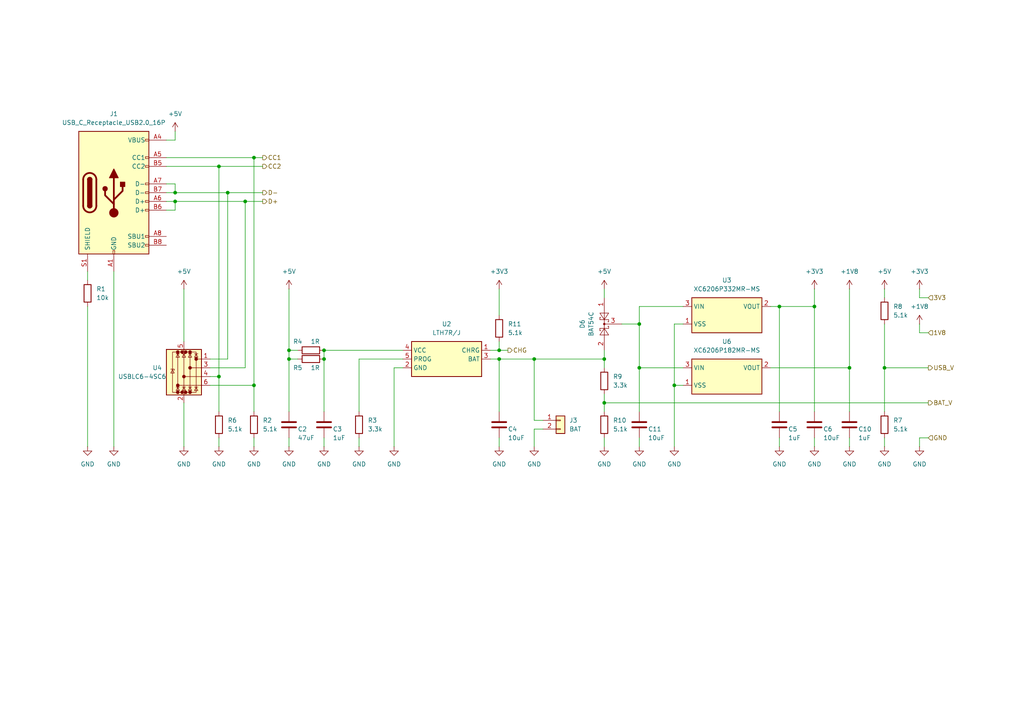
<source format=kicad_sch>
(kicad_sch (version 20231120) (generator "eeschema") (generator_version "8.0")
  (paper "A4")
  (lib_symbols
    (symbol "Connector:USB_C_Receptacle_USB2.0_16P" (pin_names (offset 1.016))
      (property "Reference" "J" (at 0 22.225 0))
      (property "Value" "USB_C_Receptacle_USB2.0_16P" (at 0 19.685 0))
      (symbol "USB_C_Receptacle_USB2.0_16P_0_0"
        (rectangle (start -0.254 -17.78) (end 0.254 -16.764))
        (rectangle (start 10.16 -14.986) (end 9.144 -15.494))
        (rectangle (start 10.16 -12.446) (end 9.144 -12.954))
        (rectangle (start 10.16 -4.826) (end 9.144 -5.334))
        (rectangle (start 10.16 -2.286) (end 9.144 -2.794))
        (rectangle (start 10.16 0.254) (end 9.144 -0.254))
        (rectangle (start 10.16 2.794) (end 9.144 2.286))
        (rectangle (start 10.16 7.874) (end 9.144 7.366))
        (rectangle (start 10.16 10.414) (end 9.144 9.906))
        (rectangle (start 10.16 15.494) (end 9.144 14.986))
      )
      (symbol "USB_C_Receptacle_USB2.0_16P_0_1"
        (rectangle (start -10.16 17.78) (end 10.16 -17.78) (stroke (width 0.254)) (fill (type background)))
        (arc (start -8.89 -3.81) (mid -6.985 -5.7067) (end -5.08 -3.81) (stroke (width 0.508)))
        (arc (start -7.62 -3.81) (mid -6.985 -4.4423) (end -6.35 -3.81) (stroke (width 0.254)))
        (arc (start -7.62 -3.81) (mid -6.985 -4.4423) (end -6.35 -3.81) (stroke (width 0.254)) (fill (type outline)))
        (rectangle (start -7.62 -3.81) (end -6.35 3.81) (stroke (width 0.254)) (fill (type outline)))
        (arc (start -6.35 3.81) (mid -6.985 4.4423) (end -7.62 3.81) (stroke (width 0.254)))
        (arc (start -6.35 3.81) (mid -6.985 4.4423) (end -7.62 3.81) (stroke (width 0.254)) (fill (type outline)))
        (arc (start -5.08 3.81) (mid -6.985 5.7067) (end -8.89 3.81) (stroke (width 0.508)))
        (circle (center -2.54 1.143) (radius 0.635) (stroke (width 0.254)) (fill (type outline)))
        (circle (center 0 -5.842) (radius 1.27) (fill (type outline)))
        (polyline (pts (xy -8.89 -3.81) (xy -8.89 3.81)) (stroke (width 0.508)))
        (polyline (pts (xy -5.08 3.81) (xy -5.08 -3.81)) (stroke (width 0.508)))
        (polyline (pts (xy 0 -5.842) (xy 0 4.318)) (stroke (width 0.508)))
        (polyline (pts (xy 0 -3.302) (xy -2.54 -0.762) (xy -2.54 0.508)) (stroke (width 0.508)))
        (polyline (pts (xy 0 -2.032) (xy 2.54 0.508) (xy 2.54 1.778)) (stroke (width 0.508)))
        (polyline (pts (xy -1.27 4.318) (xy 0 6.858) (xy 1.27 4.318) (xy -1.27 4.318)) (stroke (width 0.254)) (fill (type outline)))
        (rectangle (start 1.905 1.778) (end 3.175 3.048) (stroke (width 0.254)) (fill (type outline)))
      )
      (symbol "USB_C_Receptacle_USB2.0_16P_1_1"
        (pin passive line (at 0 -22.86 90) (length 5.08) (name "GND") (number "A1"))
        (pin passive line (at 0 -22.86 90) (length 5.08) hide (name "GND") (number "A12"))
        (pin passive line (at 15.24 15.24 180) (length 5.08) (name "VBUS") (number "A4"))
        (pin bidirectional line (at 15.24 10.16 180) (length 5.08) (name "CC1") (number "A5"))
        (pin bidirectional line (at 15.24 -2.54 180) (length 5.08) (name "D+") (number "A6"))
        (pin bidirectional line (at 15.24 2.54 180) (length 5.08) (name "D-") (number "A7"))
        (pin bidirectional line (at 15.24 -12.7 180) (length 5.08) (name "SBU1") (number "A8"))
        (pin passive line (at 15.24 15.24 180) (length 5.08) hide (name "VBUS") (number "A9"))
        (pin passive line (at 0 -22.86 90) (length 5.08) hide (name "GND") (number "B1"))
        (pin passive line (at 0 -22.86 90) (length 5.08) hide (name "GND") (number "B12"))
        (pin passive line (at 15.24 15.24 180) (length 5.08) hide (name "VBUS") (number "B4"))
        (pin bidirectional line (at 15.24 7.62 180) (length 5.08) (name "CC2") (number "B5"))
        (pin bidirectional line (at 15.24 -5.08 180) (length 5.08) (name "D+") (number "B6"))
        (pin bidirectional line (at 15.24 0 180) (length 5.08) (name "D-") (number "B7"))
        (pin bidirectional line (at 15.24 -15.24 180) (length 5.08) (name "SBU2") (number "B8"))
        (pin passive line (at 15.24 15.24 180) (length 5.08) hide (name "VBUS") (number "B9"))
        (pin passive line (at -7.62 -22.86 90) (length 5.08) (name "SHIELD") (number "S1"))
      )
    )
    (symbol "Connector_Generic:Conn_01x02" (pin_names (offset 1.016) hide)
      (property "Reference" "J" (at 0 2.54 0))
      (property "Value" "Conn_01x02" (at 0 -5.08 0))
      (symbol "Conn_01x02_1_1"
        (rectangle (start -1.27 -2.413) (end 0 -2.667) (stroke (width 0.1524)))
        (rectangle (start -1.27 0.127) (end 0 -0.127) (stroke (width 0.1524)))
        (rectangle (start -1.27 1.27) (end 1.27 -3.81) (stroke (width 0.254)) (fill (type background)))
        (pin passive line (at -5.08 0 0) (length 3.81) (name "Pin_1") (number "1"))
        (pin passive line (at -5.08 -2.54 0) (length 3.81) (name "Pin_2") (number "2"))
      )
    )
    (symbol "Device:C" (pin_numbers hide) (pin_names (offset 0.254))
      (property "Reference" "C" (at 0.635 2.54 0))
      (property "Value" "C" (at 0.635 -2.54 0))
      (symbol "C_0_1"
        (polyline (pts (xy -2.032 -0.762) (xy 2.032 -0.762)) (stroke (width 0.508)))
        (polyline (pts (xy -2.032 0.762) (xy 2.032 0.762)) (stroke (width 0.508)))
      )
      (symbol "C_1_1"
        (pin passive line (at 0 3.81 270) (length 2.794) (name "~") (number "1"))
        (pin passive line (at 0 -3.81 90) (length 2.794) (name "~") (number "2"))
      )
    )
    (symbol "Device:R" (pin_numbers hide) (pin_names (offset 0))
      (property "Reference" "R" (at 2.032 0 90))
      (property "Value" "R" (at 0 0 90))
      (symbol "R_0_1"
        (rectangle (start -1.016 -2.54) (end 1.016 2.54) (stroke (width 0.254)))
      )
      (symbol "R_1_1"
        (pin passive line (at 0 3.81 270) (length 1.27) (name "~") (number "1"))
        (pin passive line (at 0 -3.81 90) (length 1.27) (name "~") (number "2"))
      )
    )
    (symbol "Diode:BAT54C" (pin_names (offset 1.016))
      (property "Reference" "D" (at 0.635 -3.81 0))
      (property "Value" "BAT54C" (at -6.35 3.175 0))
      (symbol "BAT54C_0_1"
        (polyline (pts (xy -1.905 0) (xy 1.905 0)))
        (polyline (pts (xy -1.905 1.27) (xy -1.905 1.016)))
        (polyline (pts (xy -1.27 -1.27) (xy -0.635 -1.27)))
        (polyline (pts (xy -1.27 0) (xy -3.81 0)))
        (polyline (pts (xy -1.27 1.27) (xy -1.905 1.27)))
        (polyline (pts (xy -1.27 1.27) (xy -1.27 -1.27)))
        (polyline (pts (xy -0.635 -1.27) (xy -0.635 -1.016)))
        (polyline (pts (xy 0.635 -1.27) (xy 0.635 -1.016)))
        (polyline (pts (xy 1.27 -1.27) (xy 0.635 -1.27)))
        (polyline (pts (xy 1.27 1.27) (xy 1.27 -1.27)))
        (polyline (pts (xy 1.27 1.27) (xy 1.905 1.27)))
        (polyline (pts (xy 1.905 1.27) (xy 1.905 1.016)))
        (polyline (pts (xy 3.81 0) (xy 1.27 0)))
        (polyline (pts (xy -3.175 -1.27) (xy -3.175 1.27) (xy -1.27 0) (xy -3.175 -1.27)))
        (polyline (pts (xy 3.175 -1.27) (xy 3.175 1.27) (xy 1.27 0) (xy 3.175 -1.27)))
        (circle (center 0 0) (radius 0.254) (fill (type outline)))
      )
      (symbol "BAT54C_1_1"
        (pin passive line (at -7.62 0 0) (length 3.81) (name "~") (number "1"))
        (pin passive line (at 7.62 0 180) (length 3.81) (name "~") (number "2"))
        (pin passive line (at 0 -5.08 90) (length 5.08) (name "~") (number "3"))
      )
    )
    (symbol "Power_Protection:USBLC6-4SC6" (pin_names hide)
      (property "Reference" "U" (at 1.27 9.525 0))
      (property "Value" "USBLC6-4SC6" (at 1.27 6.985 0))
      (symbol "USBLC6-4SC6_0_0"
        (circle (center -3.556 2.54) (radius 0.0001) (stroke (width 0.508)))
        (circle (center -1.778 -7.112) (radius 0.0001) (stroke (width 0.508)))
        (circle (center -1.778 0) (radius 0.0001) (stroke (width 0.508)))
        (circle (center -1.778 4.572) (radius 0.0001) (stroke (width 0.508)))
        (circle (center -0.508 -7.112) (radius 0.0001) (stroke (width 0.508)))
        (circle (center -0.508 4.572) (radius 0.0001) (stroke (width 0.508)))
        (circle (center 0 -2.54) (radius 0.0001) (stroke (width 0.508)))
        (circle (center 0.508 -7.112) (radius 0.0001) (stroke (width 0.508)))
        (circle (center 0.508 4.572) (radius 0.0001) (stroke (width 0.508)))
        (circle (center 1.778 -7.112) (radius 0.0001) (stroke (width 0.508)))
        (circle (center 1.778 -5.08) (radius 0.0001) (stroke (width 0.508)))
        (circle (center 1.778 4.572) (radius 0.0001) (stroke (width 0.508)))
      )
      (symbol "USBLC6-4SC6_0_1"
        (polyline (pts (xy -5.08 -5.08) (xy 1.778 -5.08)))
        (polyline (pts (xy -5.08 -2.54) (xy 0 -2.54)))
        (polyline (pts (xy -5.08 0) (xy -1.778 0)))
        (polyline (pts (xy -5.08 2.54) (xy -3.556 2.54)))
        (polyline (pts (xy -4.064 -5.588) (xy -3.048 -5.588)))
        (polyline (pts (xy -3.048 4.064) (xy -4.064 4.064)))
        (polyline (pts (xy -2.286 -5.588) (xy -1.27 -5.588)))
        (polyline (pts (xy -2.286 4.064) (xy -1.27 4.064)))
        (polyline (pts (xy -0.508 -5.588) (xy 0.508 -5.588)))
        (polyline (pts (xy 0 5.08) (xy 0.508 4.572)))
        (polyline (pts (xy 0.508 -7.112) (xy -0.508 -7.112)))
        (polyline (pts (xy 0.508 4.064) (xy -0.508 4.064)))
        (polyline (pts (xy 1.27 4.064) (xy 2.286 4.064)))
        (polyline (pts (xy 2.286 -5.588) (xy 1.27 -5.588)))
        (polyline (pts (xy 2.794 -0.762) (xy 2.794 -0.381) (xy 3.81 -0.381)))
        (polyline (pts (xy -4.064 3.048) (xy -3.048 3.048) (xy -3.556 4.064) (xy -4.064 3.048)))
        (polyline (pts (xy -3.048 -6.604) (xy -4.064 -6.604) (xy -3.556 -5.588) (xy -3.048 -6.604)))
        (polyline (pts (xy -1.27 -6.604) (xy -2.286 -6.604) (xy -1.778 -5.588) (xy -1.27 -6.604)))
        (polyline (pts (xy -1.27 3.048) (xy -2.286 3.048) (xy -1.778 4.064) (xy -1.27 3.048)))
        (polyline (pts (xy -0.508 -6.604) (xy 0.508 -6.604) (xy 0 -5.588) (xy -0.508 -6.604)))
        (polyline (pts (xy -0.508 3.048) (xy 0.508 3.048) (xy 0 4.064) (xy -0.508 3.048)))
        (polyline (pts (xy 1.27 -6.604) (xy 2.286 -6.604) (xy 1.778 -5.588) (xy 1.27 -6.604)))
        (polyline (pts (xy 1.778 4.572) (xy 3.302 4.572) (xy 3.302 -7.112) (xy 1.778 -7.112)))
        (polyline (pts (xy 2.286 3.048) (xy 1.27 3.048) (xy 1.778 4.064) (xy 2.286 3.048)))
        (polyline (pts (xy 3.81 -1.524) (xy 2.794 -1.524) (xy 3.302 -0.508) (xy 3.81 -1.524)))
      )
      (symbol "USBLC6-4SC6_1_1"
        (rectangle (start -5.08 5.334) (end 5.08 -7.874) (stroke (width 0.254)) (fill (type background)))
        (polyline (pts (xy -1.778 4.572) (xy -3.556 4.572) (xy -3.556 -7.112) (xy -1.778 -7.112)))
        (polyline (pts (xy -0.508 4.572) (xy 1.778 4.572) (xy 1.778 -7.112) (xy 0.508 -7.112)))
        (polyline (pts (xy 0.508 -7.112) (xy 0 -6.604) (xy 0 4.064) (xy -0.508 4.572)))
        (polyline (pts (xy 0 -7.62) (xy -0.508 -7.112) (xy -1.778 -7.112) (xy -1.778 4.572) (xy -0.508 4.572)))
        (pin passive line (at -7.62 2.54 0) (length 2.54) (name "I/O1") (number "1"))
        (pin passive line (at 0 -10.16 90) (length 2.54) (name "GND") (number "2"))
        (pin passive line (at -7.62 0 0) (length 2.54) (name "I/O2") (number "3"))
        (pin passive line (at -7.62 -2.54 0) (length 2.54) (name "I/O3") (number "4"))
        (pin passive line (at 0 7.62 270) (length 2.54) (name "VBUS") (number "5"))
        (pin passive line (at -7.62 -5.08 0) (length 2.54) (name "I/O4") (number "6"))
      )
    )
    (symbol "USER:LTH7R/J"
      (property "Reference" "U" (at 2.54 6.35 0))
      (property "Value" "LTH7R/J" (at 2.54 3.81 0))
      (symbol "LTH7R/J_1_1"
        (rectangle (start 2.54 2.54) (end 22.86 -7.62) (stroke (width 0.254)) (fill (type background)))
        (pin open_collector line (at 25.4 0 180) (length 2.54) (name "CHRG") (number "1"))
        (pin power_in line (at 0 -5.08 0) (length 2.54) (name "GND") (number "2"))
        (pin power_out line (at 25.4 -2.54 180) (length 2.54) (name "BAT") (number "3"))
        (pin power_in line (at 0 0 0) (length 2.54) (name "VCC") (number "4"))
        (pin output line (at 0 -2.54 0) (length 2.54) (name "PROG") (number "5"))
      )
    )
    (symbol "USER:XC6206P182MR-MS"
      (property "Reference" "U" (at 2.54 6.35 0))
      (property "Value" "XC6206P182MR-MS" (at 2.54 3.81 0))
      (symbol "XC6206P182MR-MS_1_1"
        (rectangle (start 2.54 2.54) (end 22.86 -7.62) (stroke (width 0.254)) (fill (type background)))
        (pin power_in line (at 0 -5.08 0) (length 2.54) (name "VSS") (number "1"))
        (pin power_out line (at 25.4 0 180) (length 2.54) (name "VOUT") (number "2"))
        (pin power_in line (at 0 0 0) (length 2.54) (name "VIN") (number "3"))
      )
    )
    (symbol "USER:XC6206P332MR-MS"
      (property "Reference" "U" (at 2.54 6.35 0))
      (property "Value" "XC6206P332MR-MS" (at 2.54 3.81 0))
      (symbol "XC6206P332MR-MS_1_1"
        (rectangle (start 2.54 2.54) (end 22.86 -7.62) (stroke (width 0.254)) (fill (type background)))
        (pin power_in line (at 0 -5.08 0) (length 2.54) (name "VSS") (number "1"))
        (pin power_out line (at 25.4 0 180) (length 2.54) (name "VOUT") (number "2"))
        (pin power_in line (at 0 0 0) (length 2.54) (name "VIN") (number "3"))
      )
    )
    (symbol "power:+5V" (power) (pin_numbers hide) (pin_names (offset 0) hide)
      (property "Value" "+5V" (at 0 3.556 0))
      (symbol "+5V_0_1"
        (polyline (pts (xy -0.762 1.27) (xy 0 2.54)))
        (polyline (pts (xy 0 0) (xy 0 2.54)))
        (polyline (pts (xy 0 2.54) (xy 0.762 1.27)))
      )
      (symbol "+5V_1_1"
        (pin power_in line (at 0 0 90) (length 0) (name "~") (number "1"))
      )
    )
    (symbol "power:GND" (power) (pin_numbers hide) (pin_names (offset 0) hide)
      (property "Value" "GND" (at 0 -3.81 0))
      (symbol "GND_0_1"
        (polyline (pts (xy 0 0) (xy 0 -1.27) (xy 1.27 -1.27) (xy 0 -2.54) (xy -1.27 -1.27) (xy 0 -1.27)))
      )
      (symbol "GND_1_1"
        (pin power_in line (at 0 0 270) (length 0) (name "~") (number "1"))
      )
    )
  )
  (junction (at 73.66 111.76))
  (junction (at 175.26 104.14))
  (junction (at 66.04 55.88))
  (junction (at 185.42 93.98))
  (junction (at 185.42 106.68))
  (junction (at 195.58 111.76))
  (junction (at 63.5 48.26))
  (junction (at 144.78 101.6))
  (junction (at 144.78 104.14))
  (junction (at 71.12 58.42))
  (junction (at 73.66 45.72))
  (junction (at 256.54 106.68))
  (junction (at 93.98 104.14))
  (junction (at 83.82 101.6))
  (junction (at 236.22 88.9))
  (junction (at 50.8 58.42))
  (junction (at 226.06 88.9))
  (junction (at 83.82 104.14))
  (junction (at 175.26 116.84))
  (junction (at 154.94 104.14))
  (junction (at 63.5 109.22))
  (junction (at 246.38 106.68))
  (junction (at 93.98 101.6))
  (junction (at 50.8 55.88))
  (wire (pts (xy 33.02 129.54) (xy 33.02 78.74)))
  (wire (pts (xy 50.8 40.64) (xy 48.26 40.64)))
  (wire (pts (xy 104.14 127) (xy 104.14 129.54)))
  (wire (pts (xy 246.38 83.82) (xy 246.38 106.68)))
  (wire (pts (xy 71.12 106.68) (xy 71.12 58.42)))
  (wire (pts (xy 50.8 38.1) (xy 50.8 40.64)))
  (wire (pts (xy 175.26 101.6) (xy 175.26 104.14)))
  (wire (pts (xy 63.5 109.22) (xy 63.5 119.38)))
  (wire (pts (xy 83.82 83.82) (xy 83.82 101.6)))
  (wire (pts (xy 83.82 101.6) (xy 86.36 101.6)))
  (wire (pts (xy 73.66 111.76) (xy 73.66 119.38)))
  (wire (pts (xy 236.22 83.82) (xy 236.22 88.9)))
  (wire (pts (xy 114.3 106.68) (xy 114.3 129.54)))
  (wire (pts (xy 266.7 93.98) (xy 266.7 96.52)))
  (wire (pts (xy 256.54 106.68) (xy 269.24 106.68)))
  (wire (pts (xy 25.4 88.9) (xy 25.4 129.54)))
  (wire (pts (xy 71.12 58.42) (xy 76.2 58.42)))
  (wire (pts (xy 25.4 78.74) (xy 25.4 81.28)))
  (wire (pts (xy 48.26 60.96) (xy 50.8 60.96)))
  (wire (pts (xy 223.52 88.9) (xy 226.06 88.9)))
  (wire (pts (xy 185.42 127) (xy 185.42 129.54)))
  (wire (pts (xy 93.98 127) (xy 93.98 129.54)))
  (wire (pts (xy 256.54 106.68) (xy 256.54 119.38)))
  (wire (pts (xy 144.78 104.14) (xy 142.24 104.14)))
  (wire (pts (xy 63.5 48.26) (xy 76.2 48.26)))
  (wire (pts (xy 198.12 106.68) (xy 185.42 106.68)))
  (wire (pts (xy 104.14 104.14) (xy 116.84 104.14)))
  (wire (pts (xy 185.42 88.9) (xy 198.12 88.9)))
  (wire (pts (xy 175.26 86.36) (xy 175.26 83.82)))
  (wire (pts (xy 63.5 109.22) (xy 63.5 48.26)))
  (wire (pts (xy 266.7 83.82) (xy 266.7 86.36)))
  (wire (pts (xy 175.26 104.14) (xy 154.94 104.14)))
  (wire (pts (xy 236.22 88.9) (xy 226.06 88.9)))
  (wire (pts (xy 63.5 127) (xy 63.5 129.54)))
  (wire (pts (xy 185.42 88.9) (xy 185.42 93.98)))
  (wire (pts (xy 48.26 58.42) (xy 50.8 58.42)))
  (wire (pts (xy 175.26 104.14) (xy 175.26 106.68)))
  (wire (pts (xy 226.06 88.9) (xy 226.06 119.38)))
  (wire (pts (xy 83.82 104.14) (xy 83.82 119.38)))
  (wire (pts (xy 60.96 109.22) (xy 63.5 109.22)))
  (wire (pts (xy 50.8 58.42) (xy 71.12 58.42)))
  (wire (pts (xy 60.96 111.76) (xy 73.66 111.76)))
  (wire (pts (xy 175.26 116.84) (xy 175.26 119.38)))
  (wire (pts (xy 48.26 55.88) (xy 50.8 55.88)))
  (wire (pts (xy 157.48 124.46) (xy 154.94 124.46)))
  (wire (pts (xy 83.82 104.14) (xy 86.36 104.14)))
  (wire (pts (xy 236.22 88.9) (xy 236.22 119.38)))
  (wire (pts (xy 48.26 45.72) (xy 73.66 45.72)))
  (wire (pts (xy 50.8 58.42) (xy 50.8 60.96)))
  (wire (pts (xy 246.38 127) (xy 246.38 129.54)))
  (wire (pts (xy 195.58 111.76) (xy 198.12 111.76)))
  (wire (pts (xy 142.24 101.6) (xy 144.78 101.6)))
  (wire (pts (xy 83.82 101.6) (xy 83.82 104.14)))
  (wire (pts (xy 195.58 111.76) (xy 195.58 129.54)))
  (wire (pts (xy 53.34 116.84) (xy 53.34 129.54)))
  (wire (pts (xy 266.7 127) (xy 266.7 129.54)))
  (wire (pts (xy 256.54 83.82) (xy 256.54 86.36)))
  (wire (pts (xy 256.54 93.98) (xy 256.54 106.68)))
  (wire (pts (xy 93.98 104.14) (xy 93.98 119.38)))
  (wire (pts (xy 226.06 127) (xy 226.06 129.54)))
  (wire (pts (xy 73.66 127) (xy 73.66 129.54)))
  (wire (pts (xy 93.98 101.6) (xy 116.84 101.6)))
  (wire (pts (xy 66.04 55.88) (xy 76.2 55.88)))
  (wire (pts (xy 185.42 106.68) (xy 185.42 93.98)))
  (wire (pts (xy 175.26 116.84) (xy 269.24 116.84)))
  (wire (pts (xy 144.78 127) (xy 144.78 129.54)))
  (wire (pts (xy 185.42 106.68) (xy 185.42 119.38)))
  (wire (pts (xy 73.66 45.72) (xy 76.2 45.72)))
  (wire (pts (xy 50.8 53.34) (xy 50.8 55.88)))
  (wire (pts (xy 60.96 106.68) (xy 71.12 106.68)))
  (wire (pts (xy 114.3 106.68) (xy 116.84 106.68)))
  (wire (pts (xy 175.26 127) (xy 175.26 129.54)))
  (wire (pts (xy 53.34 83.82) (xy 53.34 99.06)))
  (wire (pts (xy 93.98 101.6) (xy 93.98 104.14)))
  (wire (pts (xy 154.94 124.46) (xy 154.94 129.54)))
  (wire (pts (xy 144.78 104.14) (xy 144.78 119.38)))
  (wire (pts (xy 154.94 104.14) (xy 154.94 121.92)))
  (wire (pts (xy 104.14 104.14) (xy 104.14 119.38)))
  (wire (pts (xy 256.54 127) (xy 256.54 129.54)))
  (wire (pts (xy 50.8 55.88) (xy 66.04 55.88)))
  (wire (pts (xy 246.38 119.38) (xy 246.38 106.68)))
  (wire (pts (xy 60.96 104.14) (xy 66.04 104.14)))
  (wire (pts (xy 48.26 48.26) (xy 63.5 48.26)))
  (wire (pts (xy 144.78 101.6) (xy 147.32 101.6)))
  (wire (pts (xy 144.78 99.06) (xy 144.78 101.6)))
  (wire (pts (xy 66.04 104.14) (xy 66.04 55.88)))
  (wire (pts (xy 269.24 86.36) (xy 266.7 86.36)))
  (wire (pts (xy 73.66 45.72) (xy 73.66 111.76)))
  (wire (pts (xy 195.58 93.98) (xy 198.12 93.98)))
  (wire (pts (xy 175.26 114.3) (xy 175.26 116.84)))
  (wire (pts (xy 83.82 127) (xy 83.82 129.54)))
  (wire (pts (xy 48.26 53.34) (xy 50.8 53.34)))
  (wire (pts (xy 246.38 106.68) (xy 223.52 106.68)))
  (wire (pts (xy 195.58 93.98) (xy 195.58 111.76)))
  (wire (pts (xy 269.24 96.52) (xy 266.7 96.52)))
  (wire (pts (xy 144.78 83.82) (xy 144.78 91.44)))
  (wire (pts (xy 185.42 93.98) (xy 180.34 93.98)))
  (wire (pts (xy 269.24 127) (xy 266.7 127)))
  (wire (pts (xy 144.78 104.14) (xy 154.94 104.14)))
  (wire (pts (xy 236.22 127) (xy 236.22 129.54)))
  (wire (pts (xy 157.48 121.92) (xy 154.94 121.92)))
  (hierarchical_label "1V8" (shape input) (at 269.24 96.52 0))
  (hierarchical_label "D-" (shape output) (at 76.2 55.88 0))
  (hierarchical_label "BAT_V" (shape output) (at 269.24 116.84 0))
  (hierarchical_label "CC1" (shape output) (at 76.2 45.72 0))
  (hierarchical_label "3V3" (shape input) (at 269.24 86.36 0))
  (hierarchical_label "D+" (shape output) (at 76.2 58.42 0))
  (hierarchical_label "CHG" (shape output) (at 147.32 101.6 0))
  (hierarchical_label "USB_V" (shape output) (at 269.24 106.68 0))
  (hierarchical_label "CC2" (shape output) (at 76.2 48.26 0))
  (hierarchical_label "GND" (shape input) (at 269.24 127 0))
  (symbol (lib_id "power:GND") (at 33.02 129.54 0) (unit 1)
    (property "Reference" "#PWR010" (effects (hide yes)))
    (property "Value" "GND" (at 33.02 134.62 0))
    (property "Description" "Power symbol creates a global label with name \"GND\" , ground" (effects (hide yes)))
  )
  (symbol (lib_id "Device:R") (at 90.17 101.6 90) (unit 1)
    (property "Reference" "R4" (at 86.36 99.06 90))
    (property "Value" "1R" (at 91.44 99.06 90))
    (property "Footprint" "Resistor_SMD:R_0603_1608Metric_Pad0.98x0.95mm_HandSolder" (effects (hide yes)))
    (property "Description" "Resistor" (effects (hide yes)))
  )
  (symbol (lib_id "Device:R") (at 256.54 90.17 0) (unit 1)
    (property "Reference" "R8" (at 259.08 88.8999 0) (effects (justify left)))
    (property "Value" "5.1k" (at 259.08 91.4399 0) (effects (justify left)))
    (property "Footprint" "Resistor_SMD:R_0603_1608Metric_Pad0.98x0.95mm_HandSolder" (effects (hide yes)))
    (property "Description" "Resistor" (effects (hide yes)))
  )
  (symbol (lib_id "power:GND") (at 25.4 129.54 0) (unit 1)
    (property "Reference" "#PWR09" (effects (hide yes)))
    (property "Value" "GND" (at 25.4 134.62 0))
    (property "Description" "Power symbol creates a global label with name \"GND\" , ground" (effects (hide yes)))
  )
  (symbol (lib_id "Diode:BAT54C") (at 175.26 93.98 90) (mirror x) (unit 1)
    (property "Reference" "D6" (at 168.91 93.98 0))
    (property "Value" "BAT54C" (at 171.45 93.98 0))
    (property "Footprint" "Package_TO_SOT_SMD:SOT-23-3" (effects (hide yes)))
    (property "Datasheet" "http://www.diodes.com/_files/datasheets/ds11005.pdf" (effects (hide yes)))
    (property "Description" "dual schottky barrier diode, common cathode" (effects (hide yes)))
  )
  (symbol (lib_id "Device:C") (at 83.82 123.19 0) (unit 1)
    (property "Reference" "C2" (at 86.36 124.46 0) (effects (justify left)))
    (property "Value" "47uF" (at 86.36 127 0) (effects (justify left)))
    (property "Footprint" "Capacitor_SMD:C_0805_2012Metric_Pad1.18x1.45mm_HandSolder" (effects (hide yes)))
    (property "Voltage" "10V" (effects (hide yes)))
  )
  (symbol (lib_id "power:+5V") (at 246.38 83.82 0) (unit 1)
    (property "Reference" "#PWR073" (effects (hide yes)))
    (property "Value" "+1V8" (at 246.38 78.74 0))
    (property "Description" "Power symbol creates a global label with name \"+5V\"" (effects (hide yes)))
  )
  (symbol (lib_id "Device:R") (at 104.14 123.19 0) (unit 1)
    (property "Reference" "R3" (at 106.68 121.9199 0) (effects (justify left)))
    (property "Value" "3.3k" (at 106.68 124.4599 0) (effects (justify left)))
    (property "Footprint" "Resistor_SMD:R_0603_1608Metric_Pad0.98x0.95mm_HandSolder" (effects (hide yes)))
    (property "Description" "Resistor" (effects (hide yes)))
  )
  (symbol (lib_id "power:GND") (at 256.54 129.54 0) (unit 1)
    (property "Reference" "#PWR014" (effects (hide yes)))
    (property "Value" "GND" (at 256.54 134.62 0))
  )
  (symbol (lib_id "power:GND") (at 53.34 129.54 0) (unit 1)
    (property "Reference" "#PWR034" (effects (hide yes)))
    (property "Value" "GND" (at 53.34 134.62 0))
  )
  (symbol (lib_id "Connector:USB_C_Receptacle_USB2.0_16P") (at 33.02 55.88 0) (unit 1)
    (property "Reference" "J1" (at 33.02 33.02 0))
    (property "Value" "USB_C_Receptacle_USB2.0_16P" (at 33.02 35.56 0))
    (property "Footprint" "Connector_USB:USB_C_Receptacle_HCTL_HC-TYPE-C-16P-01A" (effects (hide yes)))
    (property "Datasheet" "https://www.usb.org/sites/default/files/documents/usb_type-c.zip" (effects (hide yes)))
    (property "Description" "USB 2.0-only 16P Type-C Receptacle connector" (effects (hide yes)))
  )
  (symbol (lib_id "Device:C") (at 144.78 123.19 0) (unit 1)
    (property "Reference" "C4" (at 147.32 124.46 0) (effects (justify left)))
    (property "Value" "10uF" (at 147.32 127 0) (effects (justify left)))
    (property "Footprint" "Capacitor_SMD:C_0603_1608Metric_Pad1.08x0.95mm_HandSolder" (effects (hide yes)))
    (property "Description" "Unpolarized capacitor" (effects (hide yes)))
    (property "Voltage" "10V" (effects (hide yes)))
  )
  (symbol (lib_id "Power_Protection:USBLC6-4SC6") (at 53.34 106.68 0) (mirror y) (unit 1)
    (property "Reference" "U4" (at 46.99 106.6799 0) (effects (justify left)))
    (property "Value" "USBLC6-4SC6" (at 48.26 109.22 0) (effects (justify left)))
    (property "Footprint" "Package_TO_SOT_SMD:SOT-23-6" (effects (hide yes)))
    (property "Datasheet" "https://www.st.com/resource/en/datasheet/usblc6-4.pdf" (effects (hide yes)))
    (property "Description" "Very low capacitance ESD protection diode, 4 data-line, SOT-23-6" (effects (hide yes)))
  )
  (symbol (lib_id "Device:R") (at 73.66 123.19 0) (unit 1)
    (property "Reference" "R2" (at 76.2 121.9199 0) (effects (justify left)))
    (property "Value" "5.1k" (at 76.2 124.4599 0) (effects (justify left)))
    (property "Footprint" "Resistor_SMD:R_0603_1608Metric_Pad0.98x0.95mm_HandSolder" (effects (hide yes)))
    (property "Description" "Resistor" (effects (hide yes)))
  )
  (symbol (lib_id "power:GND") (at 83.82 129.54 0) (unit 1)
    (property "Reference" "#PWR018" (effects (hide yes)))
    (property "Value" "GND" (at 83.82 134.62 0))
  )
  (symbol (lib_id "Device:R") (at 175.26 123.19 0) (unit 1)
    (property "Reference" "R10" (at 177.8 121.9199 0) (effects (justify left)))
    (property "Value" "5.1k" (at 177.8 124.4599 0) (effects (justify left)))
    (property "Footprint" "Resistor_SMD:R_0603_1608Metric_Pad0.98x0.95mm_HandSolder" (effects (hide yes)))
    (property "Description" "Resistor" (effects (hide yes)))
  )
  (symbol (lib_id "USER:XC6206P182MR-MS") (at 198.12 106.68 0) (unit 1)
    (property "Reference" "U6" (at 210.82 99.06 0))
    (property "Value" "XC6206P182MR-MS" (at 210.82 101.6 0))
    (property "Footprint" "Package_TO_SOT_SMD:SOT-23-3" (effects (hide yes)))
    (property "Datasheet" "https://product.torexsemi.com/system/files/series/xc6206.pdf" (effects (hide yes)))
    (property "Description" "1.8V LDO" (effects (hide yes)))
  )
  (symbol (lib_id "Device:C") (at 226.06 123.19 0) (unit 1)
    (property "Reference" "C5" (at 228.6 124.46 0) (effects (justify left)))
    (property "Value" "1uF" (at 228.6 127 0) (effects (justify left)))
    (property "Footprint" "Capacitor_SMD:C_0603_1608Metric_Pad1.08x0.95mm_HandSolder" (effects (hide yes)))
    (property "Description" "Unpolarized capacitor" (effects (hide yes)))
    (property "Voltage" "10V" (effects (hide yes)))
  )
  (symbol (lib_id "power:+5V") (at 256.54 83.82 0) (unit 1)
    (property "Reference" "#PWR013" (effects (hide yes)))
    (property "Value" "+5V" (at 256.54 78.74 0))
    (property "Description" "Power symbol creates a global label with name \"+5V\"" (effects (hide yes)))
  )
  (symbol (lib_id "power:GND") (at 144.78 129.54 0) (unit 1)
    (property "Reference" "#PWR021" (effects (hide yes)))
    (property "Value" "GND" (at 144.78 134.62 0))
  )
  (symbol (lib_id "power:GND") (at 195.58 129.54 0) (unit 1)
    (property "Reference" "#PWR020" (effects (hide yes)))
    (property "Value" "GND" (at 195.58 134.62 0))
  )
  (symbol (lib_id "power:GND") (at 114.3 129.54 0) (unit 1)
    (property "Reference" "#PWR019" (effects (hide yes)))
    (property "Value" "GND" (at 114.3 134.62 0))
  )
  (symbol (lib_id "power:GND") (at 185.42 129.54 0) (unit 1)
    (property "Reference" "#PWR071" (effects (hide yes)))
    (property "Value" "GND" (at 185.42 134.62 0))
  )
  (symbol (lib_id "power:GND") (at 63.5 129.54 0) (unit 1)
    (property "Reference" "#PWR025" (effects (hide yes)))
    (property "Value" "GND" (at 63.5 134.62 0))
    (property "Description" "Power symbol creates a global label with name \"GND\" , ground" (effects (hide yes)))
  )
  (symbol (lib_id "Device:R") (at 256.54 123.19 0) (unit 1)
    (property "Reference" "R7" (at 259.08 121.9199 0) (effects (justify left)))
    (property "Value" "5.1k" (at 259.08 124.4599 0) (effects (justify left)))
    (property "Footprint" "Resistor_SMD:R_0603_1608Metric_Pad0.98x0.95mm_HandSolder" (effects (hide yes)))
    (property "Description" "Resistor" (effects (hide yes)))
  )
  (symbol (lib_id "Device:R") (at 25.4 85.09 0) (unit 1)
    (property "Reference" "R1" (at 27.94 83.8199 0) (effects (justify left)))
    (property "Value" "10k" (at 27.94 86.3599 0) (effects (justify left)))
    (property "Footprint" "Resistor_SMD:R_0603_1608Metric_Pad0.98x0.95mm_HandSolder" (effects (hide yes)))
    (property "Description" "Resistor" (effects (hide yes)))
  )
  (symbol (lib_id "power:GND") (at 226.06 129.54 0) (unit 1)
    (property "Reference" "#PWR027" (effects (hide yes)))
    (property "Value" "GND" (at 226.06 134.62 0))
  )
  (symbol (lib_id "Device:R") (at 175.26 110.49 0) (unit 1)
    (property "Reference" "R9" (at 177.8 109.2199 0) (effects (justify left)))
    (property "Value" "3.3k" (at 177.8 111.7599 0) (effects (justify left)))
    (property "Footprint" "Resistor_SMD:R_0603_1608Metric_Pad0.98x0.95mm_HandSolder" (effects (hide yes)))
    (property "Description" "Resistor" (effects (hide yes)))
  )
  (symbol (lib_id "power:+5V") (at 50.8 38.1 0) (unit 1)
    (property "Reference" "#PWR011" (effects (hide yes)))
    (property "Value" "+5V" (at 50.8 33.02 0))
    (property "Description" "Power symbol creates a global label with name \"+5V\"" (effects (hide yes)))
  )
  (symbol (lib_id "power:GND") (at 266.7 129.54 0) (unit 1)
    (property "Reference" "#PWR031" (effects (hide yes)))
    (property "Value" "GND" (at 266.7 134.62 0))
  )
  (symbol (lib_id "power:+5V") (at 144.78 83.82 0) (unit 1)
    (property "Reference" "#PWR015" (effects (hide yes)))
    (property "Value" "+3V3" (at 144.78 78.74 0))
    (property "Description" "Power symbol creates a global label with name \"+5V\"" (effects (hide yes)))
  )
  (symbol (lib_id "Device:C") (at 236.22 123.19 0) (unit 1)
    (property "Reference" "C6" (at 238.76 124.46 0) (effects (justify left)))
    (property "Value" "10uF" (at 238.76 127 0) (effects (justify left)))
    (property "Footprint" "Capacitor_SMD:C_0603_1608Metric_Pad1.08x0.95mm_HandSolder" (effects (hide yes)))
    (property "Description" "Unpolarized capacitor" (effects (hide yes)))
    (property "Voltage" "10V" (effects (hide yes)))
  )
  (symbol (lib_id "power:GND") (at 73.66 129.54 0) (unit 1)
    (property "Reference" "#PWR012" (effects (hide yes)))
    (property "Value" "GND" (at 73.66 134.62 0))
    (property "Description" "Power symbol creates a global label with name \"GND\" , ground" (effects (hide yes)))
  )
  (symbol (lib_id "Device:C") (at 185.42 123.19 0) (unit 1)
    (property "Reference" "C11" (at 187.96 124.46 0) (effects (justify left)))
    (property "Value" "10uF" (at 187.96 127 0) (effects (justify left)))
    (property "Footprint" "Capacitor_SMD:C_0603_1608Metric_Pad1.08x0.95mm_HandSolder" (effects (hide yes)))
    (property "Description" "Unpolarized capacitor" (effects (hide yes)))
    (property "Voltage" "10V" (effects (hide yes)))
  )
  (symbol (lib_id "power:+5V") (at 266.7 93.98 0) (unit 1)
    (property "Reference" "#PWR074" (effects (hide yes)))
    (property "Value" "+1V8" (at 266.7 88.9 0))
    (property "Description" "Power symbol creates a global label with name \"+5V\"" (effects (hide yes)))
  )
  (symbol (lib_id "power:+5V") (at 236.22 83.82 0) (unit 1)
    (property "Reference" "#PWR026" (effects (hide yes)))
    (property "Value" "+3V3" (at 236.22 78.74 0))
    (property "Description" "Power symbol creates a global label with name \"+5V\"" (effects (hide yes)))
  )
  (symbol (lib_id "power:GND") (at 154.94 129.54 0) (unit 1)
    (property "Reference" "#PWR029" (effects (hide yes)))
    (property "Value" "GND" (at 154.94 134.62 0))
  )
  (symbol (lib_id "Device:R") (at 144.78 95.25 0) (unit 1)
    (property "Reference" "R11" (at 147.32 93.9799 0) (effects (justify left)))
    (property "Value" "5.1k" (at 147.32 96.5199 0) (effects (justify left)))
    (property "Footprint" "Resistor_SMD:R_0603_1608Metric_Pad0.98x0.95mm_HandSolder" (effects (hide yes)))
    (property "Description" "Resistor" (effects (hide yes)))
  )
  (symbol (lib_id "power:+5V") (at 83.82 83.82 0) (unit 1)
    (property "Reference" "#PWR017" (effects (hide yes)))
    (property "Value" "+5V" (at 83.82 78.74 0))
    (property "Description" "Power symbol creates a global label with name \"+5V\"" (effects (hide yes)))
  )
  (symbol (lib_id "power:GND") (at 104.14 129.54 0) (unit 1)
    (property "Reference" "#PWR022" (effects (hide yes)))
    (property "Value" "GND" (at 104.14 134.62 0))
  )
  (symbol (lib_id "power:+5V") (at 266.7 83.82 0) (unit 1)
    (property "Reference" "#PWR030" (effects (hide yes)))
    (property "Value" "+3V3" (at 266.7 78.74 0))
    (property "Description" "Power symbol creates a global label with name \"+5V\"" (effects (hide yes)))
  )
  (symbol (lib_id "power:GND") (at 246.38 129.54 0) (unit 1)
    (property "Reference" "#PWR070" (effects (hide yes)))
    (property "Value" "GND" (at 246.38 134.62 0))
  )
  (symbol (lib_id "Device:R") (at 90.17 104.14 90) (unit 1)
    (property "Reference" "R5" (at 86.36 106.68 90))
    (property "Value" "1R" (at 91.44 106.68 90))
    (property "Footprint" "Resistor_SMD:R_0603_1608Metric_Pad0.98x0.95mm_HandSolder" (effects (hide yes)))
    (property "Description" "Resistor" (effects (hide yes)))
  )
  (symbol (lib_id "power:GND") (at 175.26 129.54 0) (unit 1)
    (property "Reference" "#PWR036" (effects (hide yes)))
    (property "Value" "GND" (at 175.26 134.62 0))
  )
  (symbol (lib_id "Device:C") (at 246.38 123.19 0) (unit 1)
    (property "Reference" "C10" (at 248.92 124.46 0) (effects (justify left)))
    (property "Value" "1uF" (at 248.92 127 0) (effects (justify left)))
    (property "Footprint" "Capacitor_SMD:C_0603_1608Metric_Pad1.08x0.95mm_HandSolder" (effects (hide yes)))
    (property "Description" "Unpolarized capacitor" (effects (hide yes)))
    (property "Voltage" "10V" (effects (hide yes)))
  )
  (symbol (lib_id "power:GND") (at 236.22 129.54 0) (unit 1)
    (property "Reference" "#PWR028" (effects (hide yes)))
    (property "Value" "GND" (at 236.22 134.62 0))
  )
  (symbol (lib_id "power:GND") (at 93.98 129.54 0) (unit 1)
    (property "Reference" "#PWR024" (effects (hide yes)))
    (property "Value" "GND" (at 93.98 134.62 0))
  )
  (symbol (lib_id "Device:R") (at 63.5 123.19 0) (unit 1)
    (property "Reference" "R6" (at 66.04 121.9199 0) (effects (justify left)))
    (property "Value" "5.1k" (at 66.04 124.4599 0) (effects (justify left)))
    (property "Footprint" "Resistor_SMD:R_0603_1608Metric_Pad0.98x0.95mm_HandSolder" (effects (hide yes)))
    (property "Description" "Resistor" (effects (hide yes)))
  )
  (symbol (lib_id "Connector_Generic:Conn_01x02") (at 162.56 121.92 0) (unit 1)
    (property "Reference" "J3" (at 165.1 121.9199 0) (effects (justify left)))
    (property "Value" "BAT" (at 165.1 124.4599 0) (effects (justify left)))
    (property "Footprint" "Connector_PinHeader_2.54mm:PinHeader_1x02_P2.54mm_Vertical" (effects (hide yes)))
    (property "Description" "Generic connector, single row, 01x02, script generated (kicad-library-utils/schlib/autogen/connector/)" (effects (hide yes)))
  )
  (symbol (lib_id "Device:C") (at 93.98 123.19 0) (unit 1)
    (property "Reference" "C3" (at 96.52 124.46 0) (effects (justify left)))
    (property "Value" "1uF" (at 96.52 127 0) (effects (justify left)))
    (property "Footprint" "Capacitor_SMD:C_0603_1608Metric_Pad1.08x0.95mm_HandSolder" (effects (hide yes)))
    (property "Description" "Unpolarized capacitor" (effects (hide yes)))
    (property "Voltage" "10V" (effects (hide yes)))
  )
  (symbol (lib_id "power:+5V") (at 53.34 83.82 0) (unit 1)
    (property "Reference" "#PWR035" (effects (hide yes)))
    (property "Value" "+5V" (at 53.34 78.74 0))
    (property "Description" "Power symbol creates a global label with name \"+5V\"" (effects (hide yes)))
  )
  (symbol (lib_id "USER:LTH7R/J") (at 116.84 101.6 0) (unit 1)
    (property "Reference" "U2" (at 129.54 93.98 0))
    (property "Value" "LTH7R/J" (at 129.54 96.52 0))
    (property "Footprint" "Package_TO_SOT_SMD:SOT-23-5" (effects (hide yes)))
    (property "Datasheet" "https://docs.sunfounder.com/projects/breadvolt/en/latest/_downloads/447acd68d8dfce3e17ea216d7cb10e45/LTH7R-J.PDF" (effects (hide yes)))
    (property "Description" "Single Cell Charger" (effects (hide yes)))
  )
  (symbol (lib_id "USER:XC6206P332MR-MS") (at 198.12 88.9 0) (unit 1)
    (property "Reference" "U3" (at 210.82 81.28 0))
    (property "Value" "XC6206P332MR-MS" (at 210.82 83.82 0))
    (property "Footprint" "Package_TO_SOT_SMD:SOT-23-3" (effects (hide yes)))
    (property "Datasheet" "https://product.torexsemi.com/system/files/series/xc6206.pdf" (effects (hide yes)))
    (property "Description" "3.3V LDO" (effects (hide yes)))
  )
  (symbol (lib_id "power:+5V") (at 175.26 83.82 0) (unit 1)
    (property "Reference" "#PWR023" (effects (hide yes)))
    (property "Value" "+5V" (at 175.26 78.74 0))
    (property "Description" "Power symbol creates a global label with name \"+5V\"" (effects (hide yes)))
  )
)
</source>
